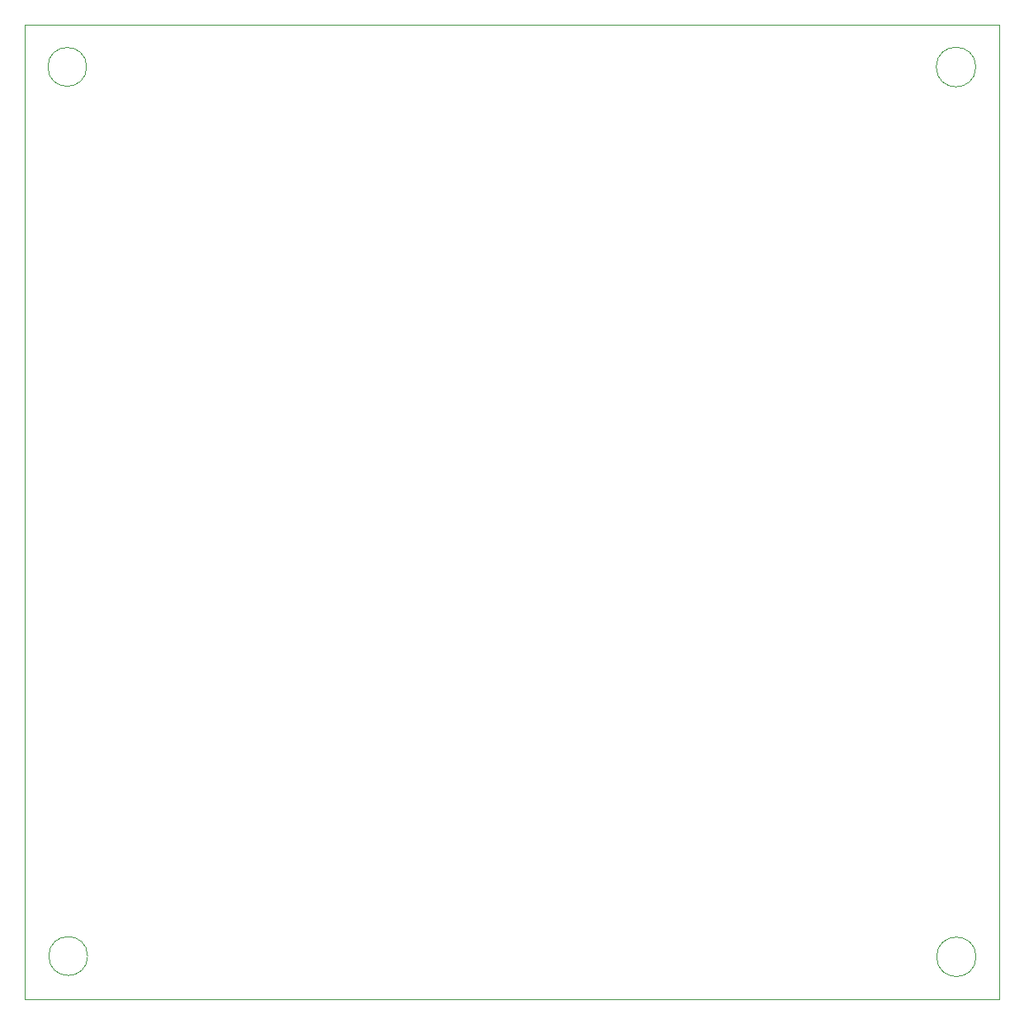
<source format=gbr>
G04 #@! TF.FileFunction,Profile,NP*
%FSLAX46Y46*%
G04 Gerber Fmt 4.6, Leading zero omitted, Abs format (unit mm)*
G04 Created by KiCad (PCBNEW 4.0.4-stable) date Mon May  7 18:27:46 2018*
%MOMM*%
%LPD*%
G01*
G04 APERTURE LIST*
%ADD10C,0.100000*%
G04 APERTURE END LIST*
D10*
X100264193Y-127406400D02*
G75*
G03X100264193Y-127406400I-1991593J0D01*
G01*
X191430253Y-127482600D02*
G75*
G03X191430253Y-127482600I-2022453J0D01*
G01*
X191403009Y-36182300D02*
G75*
G03X191403009Y-36182300I-2033309J0D01*
G01*
X100158378Y-36169600D02*
G75*
G03X100158378Y-36169600I-1987378J0D01*
G01*
X93827600Y-31851600D02*
X93827600Y-131826000D01*
X193802000Y-31851600D02*
X193802000Y-131826000D01*
X193802000Y-131826000D02*
X93827600Y-131826000D01*
X193802000Y-31851600D02*
X93827600Y-31851600D01*
M02*

</source>
